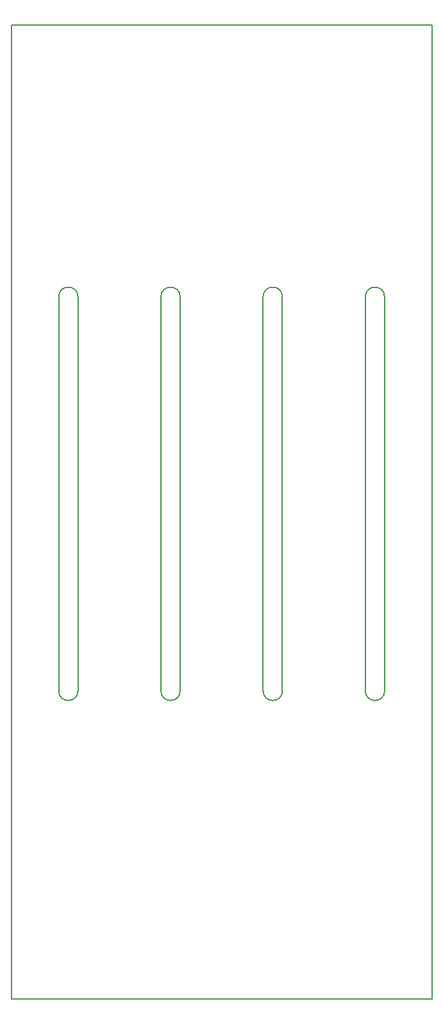
<source format=gm1>
G04 #@! TF.FileFunction,Profile,NP*
%FSLAX46Y46*%
G04 Gerber Fmt 4.6, Leading zero omitted, Abs format (unit mm)*
G04 Created by KiCad (PCBNEW 4.0.5) date 07/14/17 20:39:28*
%MOMM*%
%LPD*%
G01*
G04 APERTURE LIST*
%ADD10C,0.100000*%
%ADD11C,0.200000*%
%ADD12C,0.150000*%
G04 APERTURE END LIST*
D10*
D11*
X170021316Y-128603600D02*
G75*
G02X167481316Y-128603600I-1270000J0D01*
G01*
X156521316Y-128603600D02*
G75*
G02X153981316Y-128603600I-1270000J0D01*
G01*
X143021316Y-128603600D02*
G75*
G02X140481316Y-128603600I-1270000J0D01*
G01*
X170021316Y-76603600D02*
G75*
G03X167481316Y-76603600I-1270000J0D01*
G01*
X156521316Y-76603600D02*
G75*
G03X153981316Y-76603600I-1270000J0D01*
G01*
X143021316Y-76603600D02*
G75*
G03X140481316Y-76603600I-1270000J0D01*
G01*
X129521316Y-128603600D02*
G75*
G02X126981316Y-128603600I-1270000J0D01*
G01*
X129521316Y-76603600D02*
G75*
G03X126981316Y-76603600I-1270000J0D01*
G01*
D12*
X167481316Y-128603600D02*
X167481316Y-76603600D01*
X170021316Y-76603600D02*
X170021316Y-128603600D01*
X153981316Y-128603600D02*
X153981316Y-76603600D01*
X156521316Y-76603600D02*
X156521316Y-128603600D01*
X126981316Y-128603600D02*
X126981316Y-76603600D01*
X129521316Y-76603600D02*
X129521316Y-128603600D01*
X143021316Y-76603600D02*
X143021316Y-128603600D01*
X140481316Y-128603600D02*
X140481316Y-76603600D01*
D11*
X176275000Y-169250000D02*
X120725000Y-169250000D01*
X176275000Y-40750000D02*
X176275000Y-169250000D01*
X120725000Y-40750000D02*
X176275000Y-40750000D01*
X120725000Y-169250000D02*
X120725000Y-40750000D01*
M02*

</source>
